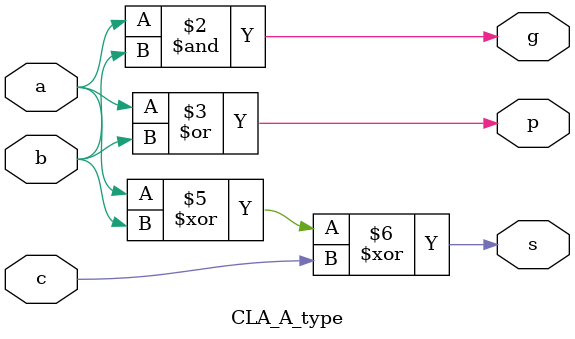
<source format=v>
`timescale 1ns / 1ps

module CLA_A_type(a, b, c, g, p, s);
input a;
input b;
input c;
output reg g;
output reg p;
output reg s;

always @(a or b)
begin
	g = a&b;
	p = a|b;
end

always @ (c)
begin
	s=a^b^c;
end

endmodule

</source>
